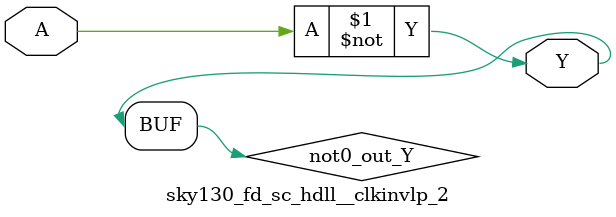
<source format=v>
/*
 * Copyright 2020 The SkyWater PDK Authors
 *
 * Licensed under the Apache License, Version 2.0 (the "License");
 * you may not use this file except in compliance with the License.
 * You may obtain a copy of the License at
 *
 *     https://www.apache.org/licenses/LICENSE-2.0
 *
 * Unless required by applicable law or agreed to in writing, software
 * distributed under the License is distributed on an "AS IS" BASIS,
 * WITHOUT WARRANTIES OR CONDITIONS OF ANY KIND, either express or implied.
 * See the License for the specific language governing permissions and
 * limitations under the License.
 *
 * SPDX-License-Identifier: Apache-2.0
*/


`ifndef SKY130_FD_SC_HDLL__CLKINVLP_2_FUNCTIONAL_V
`define SKY130_FD_SC_HDLL__CLKINVLP_2_FUNCTIONAL_V

/**
 * clkinvlp: Lower power Clock tree inverter.
 *
 * Verilog simulation functional model.
 */

`timescale 1ns / 1ps
`default_nettype none

`celldefine
module sky130_fd_sc_hdll__clkinvlp_2 (
    Y,
    A
);

    // Module ports
    output Y;
    input  A;

    // Local signals
    wire not0_out_Y;

    //  Name  Output      Other arguments
    not not0 (not0_out_Y, A              );
    buf buf0 (Y         , not0_out_Y     );

endmodule
`endcelldefine

`default_nettype wire
`endif  // SKY130_FD_SC_HDLL__CLKINVLP_2_FUNCTIONAL_V

</source>
